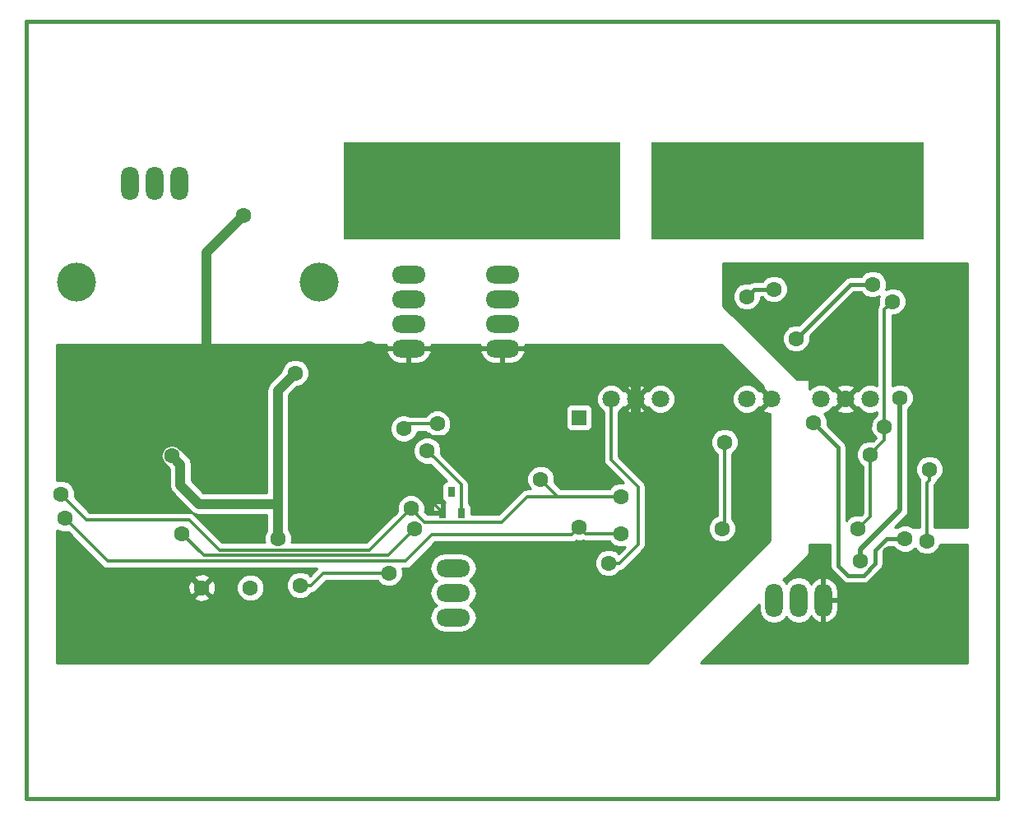
<source format=gbl>
G04 #@! TF.FileFunction,Copper,L2,Bot,Signal*
%FSLAX46Y46*%
G04 Gerber Fmt 4.6, Leading zero omitted, Abs format (unit mm)*
G04 Created by KiCad (PCBNEW (2014-11-19 BZR 5293)-product) date Mo 24 Nov 2014 23:54:54 CET*
%MOMM*%
G01*
G04 APERTURE LIST*
%ADD10C,0.100000*%
%ADD11C,0.381000*%
%ADD12O,1.800860X3.500120*%
%ADD13O,3.500120X1.800860*%
%ADD14C,1.600200*%
%ADD15R,1.500000X1.500000*%
%ADD16C,1.800000*%
%ADD17R,7.000000X10.000000*%
%ADD18R,0.800100X1.000760*%
%ADD19C,4.000000*%
%ADD20R,11.000000X10.000000*%
%ADD21C,1.600000*%
%ADD22C,1.000000*%
%ADD23C,0.304800*%
%ADD24C,0.500000*%
%ADD25C,0.254000*%
G04 APERTURE END LIST*
D10*
D11*
X62484000Y-109855000D02*
X62484000Y-29855160D01*
X62484000Y-29855160D02*
X162483800Y-29855160D01*
X162483800Y-29855160D02*
X162483800Y-109855000D01*
X162483800Y-109855000D02*
X62484000Y-109855000D01*
D12*
X73152000Y-46482000D03*
X75692000Y-46482000D03*
X78232000Y-46482000D03*
X144526000Y-89408000D03*
X141986000Y-89408000D03*
X139446000Y-89408000D03*
D13*
X106426000Y-91186000D03*
X106426000Y-88646000D03*
X106426000Y-86106000D03*
X111506000Y-63500000D03*
X111506000Y-60960000D03*
X111506000Y-58420000D03*
X111506000Y-55880000D03*
X101854000Y-63500000D03*
X101854000Y-60960000D03*
X101854000Y-58420000D03*
X101854000Y-55880000D03*
D14*
X85558000Y-88138000D03*
X80558000Y-88138000D03*
D15*
X119380000Y-70612000D03*
D16*
X122682000Y-68707000D03*
X125222000Y-68707000D03*
X127762000Y-68707000D03*
D17*
X120142000Y-47244000D03*
X130302000Y-47244000D03*
D16*
X136652000Y-68707000D03*
X139192000Y-68707000D03*
X144272000Y-68707000D03*
X146812000Y-68707000D03*
X149352000Y-68707000D03*
D18*
X106299000Y-78275180D03*
X105346500Y-80474820D03*
X107251500Y-80474820D03*
D19*
X67637660Y-56642000D03*
X92636340Y-56642000D03*
D20*
X138557000Y-47244000D03*
X149352000Y-47244000D03*
X100711000Y-47244000D03*
X111506000Y-47244000D03*
D21*
X77470000Y-74549000D03*
X134366000Y-73152000D03*
X134112000Y-82042000D03*
X122428000Y-85598000D03*
X99822000Y-86614000D03*
X90678000Y-87884000D03*
X88392000Y-83058000D03*
X90170000Y-66040000D03*
X97790000Y-63500000D03*
X81026000Y-71374000D03*
X111252000Y-67564000D03*
X84836000Y-49784000D03*
X121666000Y-77216000D03*
X91948000Y-92964000D03*
X82550000Y-77470000D03*
X101324142Y-74231827D03*
X103759000Y-74041000D03*
X151638000Y-58674000D03*
X149352000Y-74422000D03*
X148082000Y-82042000D03*
X150838001Y-71568961D03*
X158496000Y-88646000D03*
X149860000Y-90932000D03*
X151384000Y-84582000D03*
X148336000Y-85344000D03*
X152400000Y-68580000D03*
X136652000Y-58166000D03*
X139446000Y-57404000D03*
X149606000Y-56896000D03*
X141732000Y-62484000D03*
X152954792Y-83104792D03*
X143510000Y-71120000D03*
X104785317Y-71264334D03*
X101346000Y-71755000D03*
X66040000Y-78486000D03*
X123698000Y-78740000D03*
X102086388Y-79979258D03*
X115443000Y-76962000D03*
X119429941Y-81881927D03*
X123698000Y-82550000D03*
X66484420Y-81023832D03*
X78486000Y-82550000D03*
X102488798Y-82087802D03*
X155194000Y-83312000D03*
X155448000Y-75946000D03*
D22*
X77470000Y-74549000D02*
X78359000Y-75438000D01*
X78359000Y-75438000D02*
X78359000Y-77597000D01*
X78359000Y-77597000D02*
X80264000Y-79502000D01*
X88392000Y-79502000D02*
X80264000Y-79502000D01*
D23*
X134366000Y-81788000D02*
X134366000Y-73152000D01*
X134112000Y-82042000D02*
X134366000Y-81788000D01*
X125476000Y-77724000D02*
X122682000Y-74930000D01*
X122682000Y-74930000D02*
X122682000Y-68707000D01*
X125476000Y-83681370D02*
X125476000Y-77724000D01*
X122428000Y-85598000D02*
X123559370Y-85598000D01*
X123559370Y-85598000D02*
X125476000Y-83681370D01*
X90678000Y-87884000D02*
X91809370Y-87884000D01*
X91809370Y-87884000D02*
X93079370Y-86614000D01*
X93079370Y-86614000D02*
X99822000Y-86614000D01*
D22*
X88392000Y-67818000D02*
X88392000Y-79502000D01*
X88392000Y-79502000D02*
X88392000Y-83058000D01*
X90170000Y-66040000D02*
X88392000Y-67818000D01*
X111252000Y-67564000D02*
X116840000Y-67564000D01*
X118364000Y-66040000D02*
X123952000Y-66040000D01*
X116840000Y-67564000D02*
X118364000Y-66040000D01*
X97790000Y-63500000D02*
X97790000Y-65278000D01*
X109982000Y-67564000D02*
X111252000Y-67564000D01*
X108458000Y-66040000D02*
X109982000Y-67564000D01*
X98552000Y-66040000D02*
X108458000Y-66040000D01*
X97790000Y-65278000D02*
X98552000Y-66040000D01*
X84836000Y-49784000D02*
X81026000Y-53594000D01*
X81026000Y-53594000D02*
X81026000Y-63500000D01*
X97790000Y-63500000D02*
X81026000Y-63500000D01*
X81026000Y-71374000D02*
X81026000Y-63500000D01*
X123952000Y-66040000D02*
X125222000Y-67310000D01*
D11*
X93980000Y-93472000D02*
X92456000Y-93472000D01*
D22*
X125222000Y-74676000D02*
X127000000Y-76454000D01*
X127000000Y-76454000D02*
X127000000Y-85852000D01*
X127000000Y-85852000D02*
X119380000Y-93472000D01*
X119380000Y-93472000D02*
X93980000Y-93472000D01*
X125222000Y-68707000D02*
X125222000Y-74676000D01*
D11*
X92456000Y-93472000D02*
X91948000Y-92964000D01*
D22*
X81026000Y-71374000D02*
X81026000Y-75946000D01*
X82550000Y-77470000D02*
X81026000Y-75946000D01*
X125222000Y-67310000D02*
X125222000Y-68707000D01*
D23*
X101324142Y-76352132D02*
X101324142Y-75363197D01*
X101324142Y-75363197D02*
X101324142Y-74231827D01*
X105346500Y-80374490D02*
X101324142Y-76352132D01*
X105346500Y-80474820D02*
X105346500Y-80374490D01*
X103957073Y-72326599D02*
X103067875Y-72326599D01*
X121666000Y-77216000D02*
X117030599Y-72580599D01*
X102124141Y-73431828D02*
X101324142Y-74231827D01*
X102124141Y-73270333D02*
X102124141Y-73431828D01*
X117030599Y-72580599D02*
X104211073Y-72580599D01*
X104211073Y-72580599D02*
X103957073Y-72326599D01*
X103067875Y-72326599D02*
X102124141Y-73270333D01*
X107251500Y-80474820D02*
X107251500Y-77533500D01*
X107251500Y-77533500D02*
X104558999Y-74840999D01*
X104558999Y-74840999D02*
X103759000Y-74041000D01*
X151638000Y-58674000D02*
X150838001Y-59473999D01*
X150838001Y-72935999D02*
X150151999Y-73622001D01*
X150151999Y-73622001D02*
X149352000Y-74422000D01*
X148082000Y-82042000D02*
X149352000Y-80772000D01*
X149352000Y-80772000D02*
X149352000Y-74422000D01*
X150838001Y-59473999D02*
X150838001Y-71568961D01*
X150838001Y-71568961D02*
X150838001Y-72935999D01*
D24*
X158496000Y-88646000D02*
X156210000Y-90932000D01*
X156210000Y-90932000D02*
X149860000Y-90932000D01*
X149860000Y-90932000D02*
X151384000Y-89408000D01*
X151384000Y-89408000D02*
X151384000Y-84582000D01*
X148336000Y-84212630D02*
X148336000Y-85344000D01*
X152400000Y-68580000D02*
X152400000Y-80148630D01*
X152400000Y-80148630D02*
X148336000Y-84212630D01*
D11*
X139446000Y-57404000D02*
X137414000Y-57404000D01*
X137414000Y-57404000D02*
X136652000Y-58166000D01*
X147320000Y-56896000D02*
X149606000Y-56896000D01*
X141732000Y-62484000D02*
X147320000Y-56896000D01*
X149860000Y-85661862D02*
X149860000Y-84264138D01*
X149860000Y-84264138D02*
X151019346Y-83104792D01*
X151019346Y-83104792D02*
X152954792Y-83104792D01*
X147066000Y-86868000D02*
X148653862Y-86868000D01*
X148653862Y-86868000D02*
X149860000Y-85661862D01*
X146050000Y-85852000D02*
X147066000Y-86868000D01*
X146050000Y-73660000D02*
X146050000Y-85852000D01*
X143510000Y-71120000D02*
X146050000Y-73660000D01*
D23*
X104785317Y-71264334D02*
X101836666Y-71264334D01*
X101836666Y-71264334D02*
X101346000Y-71755000D01*
X68701447Y-81147447D02*
X79242447Y-81147447D01*
X66040000Y-78486000D02*
X68701447Y-81147447D01*
X79242447Y-81147447D02*
X82359401Y-84264401D01*
X82359401Y-84264401D02*
X87812927Y-84264401D01*
X101286389Y-80779257D02*
X102086388Y-79979258D01*
X87812927Y-84264401D02*
X97801245Y-84264401D01*
X97801245Y-84264401D02*
X101286389Y-80779257D01*
X117221000Y-78740000D02*
X115443000Y-76962000D01*
X123698000Y-78740000D02*
X117221000Y-78740000D01*
X117221000Y-78740000D02*
X114046000Y-78740000D01*
X103488731Y-81381601D02*
X102886387Y-80779257D01*
X111404399Y-81381601D02*
X103488731Y-81381601D01*
X102886387Y-80779257D02*
X102086388Y-79979258D01*
X114046000Y-78740000D02*
X111404399Y-81381601D01*
X120098014Y-82550000D02*
X119429941Y-81881927D01*
X123698000Y-82550000D02*
X120098014Y-82550000D01*
X70842607Y-85382019D02*
X101561981Y-85382019D01*
X66484420Y-81023832D02*
X70842607Y-85382019D01*
X118629942Y-82681926D02*
X119429941Y-81881927D01*
X101561981Y-85382019D02*
X104262074Y-82681926D01*
X104262074Y-82681926D02*
X118629942Y-82681926D01*
X80759211Y-84823211D02*
X99753389Y-84823211D01*
X78486000Y-82550000D02*
X80759211Y-84823211D01*
X101688799Y-82887801D02*
X102488798Y-82087802D01*
X99753389Y-84823211D02*
X101688799Y-82887801D01*
X155448000Y-75946000D02*
X155448000Y-77077370D01*
X155448000Y-77077370D02*
X155194000Y-77331370D01*
X155194000Y-77331370D02*
X155194000Y-83312000D01*
D25*
G36*
X139065000Y-83259395D02*
X135801248Y-86523147D01*
X135801248Y-72867813D01*
X135583243Y-72340200D01*
X135179923Y-71936176D01*
X134652691Y-71717250D01*
X134081813Y-71716752D01*
X133554200Y-71934757D01*
X133150176Y-72338077D01*
X132931250Y-72865309D01*
X132930752Y-73436187D01*
X133148757Y-73963800D01*
X133552077Y-74367824D01*
X133578600Y-74378837D01*
X133578600Y-80709724D01*
X133300200Y-80824757D01*
X132896176Y-81228077D01*
X132677250Y-81755309D01*
X132676752Y-82326187D01*
X132894757Y-82853800D01*
X133298077Y-83257824D01*
X133825309Y-83476750D01*
X134396187Y-83477248D01*
X134923800Y-83259243D01*
X135327824Y-82855923D01*
X135546750Y-82328691D01*
X135547248Y-81757813D01*
X135329243Y-81230200D01*
X135153400Y-81054050D01*
X135153400Y-74379324D01*
X135177800Y-74369243D01*
X135581824Y-73965923D01*
X135800750Y-73438691D01*
X135801248Y-72867813D01*
X135801248Y-86523147D01*
X129297265Y-93027130D01*
X129297265Y-68403009D01*
X129064068Y-67838629D01*
X128632643Y-67406449D01*
X128068670Y-67172267D01*
X127458009Y-67171735D01*
X126893629Y-67404932D01*
X126461449Y-67836357D01*
X126452796Y-67857193D01*
X126302159Y-67806446D01*
X126122554Y-67986051D01*
X126122554Y-67626841D01*
X126036148Y-67370357D01*
X125462664Y-67160542D01*
X124852540Y-67186161D01*
X124407852Y-67370357D01*
X124321446Y-67626841D01*
X125222000Y-68527395D01*
X126122554Y-67626841D01*
X126122554Y-67986051D01*
X125401605Y-68707000D01*
X126302159Y-69607554D01*
X126452326Y-69556964D01*
X126459932Y-69575371D01*
X126891357Y-70007551D01*
X127455330Y-70241733D01*
X128065991Y-70242265D01*
X128630371Y-70009068D01*
X129062551Y-69577643D01*
X129296733Y-69013670D01*
X129297265Y-68403009D01*
X129297265Y-93027130D01*
X126439395Y-95885000D01*
X108857786Y-95885000D01*
X108857786Y-91186000D01*
X108740908Y-90598416D01*
X108408069Y-90100287D01*
X108132263Y-89916000D01*
X108408069Y-89731713D01*
X108740908Y-89233584D01*
X108857786Y-88646000D01*
X108740908Y-88058416D01*
X108408069Y-87560287D01*
X108132263Y-87376000D01*
X108408069Y-87191713D01*
X108740908Y-86693584D01*
X108857786Y-86106000D01*
X108740908Y-85518416D01*
X108408069Y-85020287D01*
X107909940Y-84687448D01*
X107322356Y-84570570D01*
X105529644Y-84570570D01*
X104942060Y-84687448D01*
X104443931Y-85020287D01*
X104111092Y-85518416D01*
X103994214Y-86106000D01*
X104111092Y-86693584D01*
X104443931Y-87191713D01*
X104719736Y-87376000D01*
X104443931Y-87560287D01*
X104111092Y-88058416D01*
X103994214Y-88646000D01*
X104111092Y-89233584D01*
X104443931Y-89731713D01*
X104719736Y-89916000D01*
X104443931Y-90100287D01*
X104111092Y-90598416D01*
X103994214Y-91186000D01*
X104111092Y-91773584D01*
X104443931Y-92271713D01*
X104942060Y-92604552D01*
X105529644Y-92721430D01*
X107322356Y-92721430D01*
X107909940Y-92604552D01*
X108408069Y-92271713D01*
X108740908Y-91773584D01*
X108857786Y-91186000D01*
X108857786Y-95885000D01*
X86993348Y-95885000D01*
X86993348Y-87853793D01*
X86775328Y-87326143D01*
X86371980Y-86922091D01*
X85844711Y-86703150D01*
X85273793Y-86702652D01*
X84746143Y-86920672D01*
X84342091Y-87324020D01*
X84123150Y-87851289D01*
X84122652Y-88422207D01*
X84340672Y-88949857D01*
X84744020Y-89353909D01*
X85271289Y-89572850D01*
X85842207Y-89573348D01*
X86369857Y-89355328D01*
X86773909Y-88951980D01*
X86992850Y-88424711D01*
X86993348Y-87853793D01*
X86993348Y-95885000D01*
X82005064Y-95885000D01*
X82005064Y-88354800D01*
X81977879Y-87784530D01*
X81811947Y-87383935D01*
X81565817Y-87309788D01*
X81386212Y-87489393D01*
X81386212Y-87130183D01*
X81312065Y-86884053D01*
X80774800Y-86690936D01*
X80204530Y-86718121D01*
X79803935Y-86884053D01*
X79729788Y-87130183D01*
X80558000Y-87958395D01*
X81386212Y-87130183D01*
X81386212Y-87489393D01*
X80737605Y-88138000D01*
X81565817Y-88966212D01*
X81811947Y-88892065D01*
X82005064Y-88354800D01*
X82005064Y-95885000D01*
X81386212Y-95885000D01*
X81386212Y-89145817D01*
X80558000Y-88317605D01*
X80378395Y-88497210D01*
X80378395Y-88138000D01*
X79550183Y-87309788D01*
X79304053Y-87383935D01*
X79110936Y-87921200D01*
X79138121Y-88491470D01*
X79304053Y-88892065D01*
X79550183Y-88966212D01*
X80378395Y-88138000D01*
X80378395Y-88497210D01*
X79729788Y-89145817D01*
X79803935Y-89391947D01*
X80341200Y-89585064D01*
X80911470Y-89557879D01*
X81312065Y-89391947D01*
X81386212Y-89145817D01*
X81386212Y-95885000D01*
X65659000Y-95885000D01*
X65659000Y-82228138D01*
X65670497Y-82239656D01*
X66197729Y-82458582D01*
X66768607Y-82459080D01*
X66795149Y-82448113D01*
X70285831Y-85938795D01*
X70541282Y-86109482D01*
X70842607Y-86169419D01*
X92410399Y-86169419D01*
X91701599Y-86878218D01*
X91491923Y-86668176D01*
X90964691Y-86449250D01*
X90393813Y-86448752D01*
X89866200Y-86666757D01*
X89462176Y-87070077D01*
X89243250Y-87597309D01*
X89242752Y-88168187D01*
X89460757Y-88695800D01*
X89864077Y-89099824D01*
X90391309Y-89318750D01*
X90962187Y-89319248D01*
X91489800Y-89101243D01*
X91893824Y-88697923D01*
X91913432Y-88650700D01*
X92110695Y-88611463D01*
X92366146Y-88440776D01*
X93405522Y-87401400D01*
X98594675Y-87401400D01*
X98604757Y-87425800D01*
X99008077Y-87829824D01*
X99535309Y-88048750D01*
X100106187Y-88049248D01*
X100633800Y-87831243D01*
X101037824Y-87427923D01*
X101256750Y-86900691D01*
X101257248Y-86329813D01*
X101190974Y-86169419D01*
X101561981Y-86169419D01*
X101863306Y-86109482D01*
X102118757Y-85938795D01*
X104588226Y-83469326D01*
X118629942Y-83469326D01*
X118931267Y-83409389D01*
X119098086Y-83297923D01*
X119143250Y-83316677D01*
X119714128Y-83317175D01*
X119805835Y-83279282D01*
X120098014Y-83337400D01*
X122470675Y-83337400D01*
X122480757Y-83361800D01*
X122884077Y-83765824D01*
X123411309Y-83984750D01*
X123982187Y-83985248D01*
X124112353Y-83931464D01*
X123451599Y-84592218D01*
X123241923Y-84382176D01*
X122714691Y-84163250D01*
X122143813Y-84162752D01*
X121616200Y-84380757D01*
X121212176Y-84784077D01*
X120993250Y-85311309D01*
X120992752Y-85882187D01*
X121210757Y-86409800D01*
X121614077Y-86813824D01*
X122141309Y-87032750D01*
X122712187Y-87033248D01*
X123239800Y-86815243D01*
X123643824Y-86411923D01*
X123663432Y-86364700D01*
X123860695Y-86325463D01*
X124116146Y-86154776D01*
X126032776Y-84238146D01*
X126203463Y-83982695D01*
X126263400Y-83681370D01*
X126263400Y-77724000D01*
X126203463Y-77422675D01*
X126122554Y-77301586D01*
X126122554Y-69787159D01*
X125222000Y-68886605D01*
X124321446Y-69787159D01*
X124407852Y-70043643D01*
X124981336Y-70253458D01*
X125591460Y-70227839D01*
X126036148Y-70043643D01*
X126122554Y-69787159D01*
X126122554Y-77301586D01*
X126032776Y-77167224D01*
X123469400Y-74603848D01*
X123469400Y-70042524D01*
X123550371Y-70009068D01*
X123982551Y-69577643D01*
X123991203Y-69556806D01*
X124141841Y-69607554D01*
X125042395Y-68707000D01*
X124141841Y-67806446D01*
X123991673Y-67857035D01*
X123984068Y-67838629D01*
X123552643Y-67406449D01*
X122988670Y-67172267D01*
X122378009Y-67171735D01*
X121813629Y-67404932D01*
X121381449Y-67836357D01*
X121147267Y-68400330D01*
X121146735Y-69010991D01*
X121379932Y-69575371D01*
X121811357Y-70007551D01*
X121894600Y-70042116D01*
X121894600Y-74930000D01*
X121954537Y-75231325D01*
X122125224Y-75486776D01*
X123943662Y-77305214D01*
X123413813Y-77304752D01*
X122886200Y-77522757D01*
X122482176Y-77926077D01*
X122471162Y-77952600D01*
X120765000Y-77952600D01*
X120765000Y-71488310D01*
X120765000Y-71235691D01*
X120765000Y-69735691D01*
X120668327Y-69502302D01*
X120489699Y-69323673D01*
X120256310Y-69227000D01*
X120003691Y-69227000D01*
X118503691Y-69227000D01*
X118270302Y-69323673D01*
X118091673Y-69502301D01*
X117995000Y-69735690D01*
X117995000Y-69988309D01*
X117995000Y-71488309D01*
X118091673Y-71721698D01*
X118270301Y-71900327D01*
X118503690Y-71997000D01*
X118756309Y-71997000D01*
X120256309Y-71997000D01*
X120489698Y-71900327D01*
X120668327Y-71721699D01*
X120765000Y-71488310D01*
X120765000Y-77952600D01*
X117547152Y-77952600D01*
X116867625Y-77273073D01*
X116877750Y-77248691D01*
X116878248Y-76677813D01*
X116660243Y-76150200D01*
X116256923Y-75746176D01*
X115729691Y-75527250D01*
X115158813Y-75526752D01*
X114631200Y-75744757D01*
X114227176Y-76148077D01*
X114008250Y-76675309D01*
X114007752Y-77246187D01*
X114225757Y-77773800D01*
X114404245Y-77952600D01*
X114046000Y-77952600D01*
X113847093Y-77992164D01*
X113847093Y-63864808D01*
X113726440Y-63627000D01*
X111633000Y-63627000D01*
X111633000Y-65035430D01*
X112482630Y-65035430D01*
X113060546Y-64869952D01*
X113531145Y-64495911D01*
X113822783Y-63970252D01*
X113847093Y-63864808D01*
X113847093Y-77992164D01*
X113744675Y-78012537D01*
X113489224Y-78183224D01*
X111379000Y-80293448D01*
X111379000Y-65035430D01*
X111379000Y-63627000D01*
X109285560Y-63627000D01*
X109164907Y-63864808D01*
X109189217Y-63970252D01*
X109480855Y-64495911D01*
X109951454Y-64869952D01*
X110529370Y-65035430D01*
X111379000Y-65035430D01*
X111379000Y-80293448D01*
X111078247Y-80594201D01*
X108286550Y-80594201D01*
X108286550Y-79848131D01*
X108189877Y-79614742D01*
X108038900Y-79463764D01*
X108038900Y-77533500D01*
X107978963Y-77232175D01*
X107808276Y-76976724D01*
X106220565Y-75389013D01*
X106220565Y-70980147D01*
X106002560Y-70452534D01*
X105599240Y-70048510D01*
X105072008Y-69829584D01*
X104501130Y-69829086D01*
X104195093Y-69955537D01*
X104195093Y-63864808D01*
X104074440Y-63627000D01*
X101981000Y-63627000D01*
X101981000Y-65035430D01*
X102830630Y-65035430D01*
X103408546Y-64869952D01*
X103879145Y-64495911D01*
X104170783Y-63970252D01*
X104195093Y-63864808D01*
X104195093Y-69955537D01*
X103973517Y-70047091D01*
X103569493Y-70450411D01*
X103558479Y-70476934D01*
X102010027Y-70476934D01*
X101727000Y-70359410D01*
X101727000Y-65035430D01*
X101727000Y-63627000D01*
X99633560Y-63627000D01*
X99512907Y-63864808D01*
X99537217Y-63970252D01*
X99828855Y-64495911D01*
X100299454Y-64869952D01*
X100877370Y-65035430D01*
X101727000Y-65035430D01*
X101727000Y-70359410D01*
X101632691Y-70320250D01*
X101061813Y-70319752D01*
X100534200Y-70537757D01*
X100130176Y-70941077D01*
X99911250Y-71468309D01*
X99910752Y-72039187D01*
X100128757Y-72566800D01*
X100532077Y-72970824D01*
X101059309Y-73189750D01*
X101630187Y-73190248D01*
X102157800Y-72972243D01*
X102561824Y-72568923D01*
X102776579Y-72051734D01*
X103557992Y-72051734D01*
X103568074Y-72076134D01*
X103971394Y-72480158D01*
X104498626Y-72699084D01*
X105069504Y-72699582D01*
X105597117Y-72481577D01*
X106001141Y-72078257D01*
X106220067Y-71551025D01*
X106220565Y-70980147D01*
X106220565Y-75389013D01*
X105183625Y-74352073D01*
X105193750Y-74327691D01*
X105194248Y-73756813D01*
X104976243Y-73229200D01*
X104572923Y-72825176D01*
X104045691Y-72606250D01*
X103474813Y-72605752D01*
X102947200Y-72823757D01*
X102543176Y-73227077D01*
X102324250Y-73754309D01*
X102323752Y-74325187D01*
X102541757Y-74852800D01*
X102945077Y-75256824D01*
X103472309Y-75475750D01*
X104043187Y-75476248D01*
X104069729Y-75465281D01*
X105752564Y-77148116D01*
X105539252Y-77236473D01*
X105360623Y-77415101D01*
X105263950Y-77648490D01*
X105263950Y-77901109D01*
X105263950Y-78901869D01*
X105360623Y-79135258D01*
X105539251Y-79313887D01*
X105623079Y-79348610D01*
X105473500Y-79498190D01*
X105473500Y-80347820D01*
X105493500Y-80347820D01*
X105493500Y-80594201D01*
X105219500Y-80594201D01*
X105219500Y-80347820D01*
X105219500Y-79498190D01*
X105060750Y-79339440D01*
X104820141Y-79339440D01*
X104586752Y-79436113D01*
X104408123Y-79614741D01*
X104311450Y-79848130D01*
X104311450Y-80100749D01*
X104311450Y-80189070D01*
X104470200Y-80347820D01*
X105219500Y-80347820D01*
X105219500Y-80594201D01*
X103814883Y-80594201D01*
X103511013Y-80290331D01*
X103521138Y-80265949D01*
X103521636Y-79695071D01*
X103303631Y-79167458D01*
X102900311Y-78763434D01*
X102373079Y-78544508D01*
X101802201Y-78544010D01*
X101274588Y-78762015D01*
X100870564Y-79165335D01*
X100651638Y-79692567D01*
X100651140Y-80263445D01*
X100662106Y-80289987D01*
X97475093Y-83477001D01*
X89771810Y-83477001D01*
X89826750Y-83344691D01*
X89827248Y-82773813D01*
X89609243Y-82246200D01*
X89527000Y-82163813D01*
X89527000Y-79502000D01*
X89527000Y-68288132D01*
X90339983Y-67475148D01*
X90454187Y-67475248D01*
X90981800Y-67257243D01*
X91385824Y-66853923D01*
X91604750Y-66326691D01*
X91605248Y-65755813D01*
X91387243Y-65228200D01*
X90983923Y-64824176D01*
X90456691Y-64605250D01*
X89885813Y-64604752D01*
X89358200Y-64822757D01*
X88954176Y-65226077D01*
X88735250Y-65753309D01*
X88735148Y-65869719D01*
X87589434Y-67015434D01*
X87343397Y-67383654D01*
X87257000Y-67818000D01*
X87257000Y-78367000D01*
X80734132Y-78367000D01*
X79494000Y-77126868D01*
X79494000Y-75438000D01*
X79407603Y-75003655D01*
X79407603Y-75003654D01*
X79161566Y-74635434D01*
X78272566Y-73746434D01*
X77904345Y-73500397D01*
X77470000Y-73414000D01*
X77035655Y-73500397D01*
X76667434Y-73746434D01*
X76421397Y-74114655D01*
X76335000Y-74549000D01*
X76421397Y-74983345D01*
X76667434Y-75351566D01*
X77224000Y-75908132D01*
X77224000Y-77597000D01*
X77310397Y-78031346D01*
X77556434Y-78399566D01*
X79461434Y-80304566D01*
X79829654Y-80550603D01*
X79829655Y-80550603D01*
X80264000Y-80637000D01*
X87257000Y-80637000D01*
X87257000Y-82163393D01*
X87176176Y-82244077D01*
X86957250Y-82771309D01*
X86956752Y-83342187D01*
X87012455Y-83477001D01*
X82685553Y-83477001D01*
X79799223Y-80590671D01*
X79543772Y-80419984D01*
X79242447Y-80360047D01*
X69027599Y-80360047D01*
X67464625Y-78797073D01*
X67474750Y-78772691D01*
X67475248Y-78201813D01*
X67257243Y-77674200D01*
X66853923Y-77270176D01*
X66326691Y-77051250D01*
X65755813Y-77050752D01*
X65659000Y-77090754D01*
X65659000Y-63119000D01*
X99516640Y-63119000D01*
X99512907Y-63135192D01*
X99633560Y-63373000D01*
X101727000Y-63373000D01*
X101727000Y-63353000D01*
X101981000Y-63353000D01*
X101981000Y-63373000D01*
X104074440Y-63373000D01*
X104195093Y-63135192D01*
X104191359Y-63119000D01*
X109168640Y-63119000D01*
X109164907Y-63135192D01*
X109285560Y-63373000D01*
X111379000Y-63373000D01*
X111379000Y-63353000D01*
X111633000Y-63353000D01*
X111633000Y-63373000D01*
X113726440Y-63373000D01*
X113847093Y-63135192D01*
X113843359Y-63119000D01*
X134059395Y-63119000D01*
X138360943Y-67420548D01*
X138291446Y-67626841D01*
X139065000Y-68400395D01*
X139065000Y-69013605D01*
X139012395Y-69066210D01*
X139012395Y-68707000D01*
X138111841Y-67806446D01*
X137961673Y-67857035D01*
X137954068Y-67838629D01*
X137522643Y-67406449D01*
X136958670Y-67172267D01*
X136348009Y-67171735D01*
X135783629Y-67404932D01*
X135351449Y-67836357D01*
X135117267Y-68400330D01*
X135116735Y-69010991D01*
X135349932Y-69575371D01*
X135781357Y-70007551D01*
X136345330Y-70241733D01*
X136955991Y-70242265D01*
X137520371Y-70009068D01*
X137952551Y-69577643D01*
X137961203Y-69556806D01*
X138111841Y-69607554D01*
X139012395Y-68707000D01*
X139012395Y-69066210D01*
X138291446Y-69787159D01*
X138377852Y-70043643D01*
X138951336Y-70253458D01*
X139065000Y-70248685D01*
X139065000Y-83259395D01*
X139065000Y-83259395D01*
G37*
X139065000Y-83259395D02*
X135801248Y-86523147D01*
X135801248Y-72867813D01*
X135583243Y-72340200D01*
X135179923Y-71936176D01*
X134652691Y-71717250D01*
X134081813Y-71716752D01*
X133554200Y-71934757D01*
X133150176Y-72338077D01*
X132931250Y-72865309D01*
X132930752Y-73436187D01*
X133148757Y-73963800D01*
X133552077Y-74367824D01*
X133578600Y-74378837D01*
X133578600Y-80709724D01*
X133300200Y-80824757D01*
X132896176Y-81228077D01*
X132677250Y-81755309D01*
X132676752Y-82326187D01*
X132894757Y-82853800D01*
X133298077Y-83257824D01*
X133825309Y-83476750D01*
X134396187Y-83477248D01*
X134923800Y-83259243D01*
X135327824Y-82855923D01*
X135546750Y-82328691D01*
X135547248Y-81757813D01*
X135329243Y-81230200D01*
X135153400Y-81054050D01*
X135153400Y-74379324D01*
X135177800Y-74369243D01*
X135581824Y-73965923D01*
X135800750Y-73438691D01*
X135801248Y-72867813D01*
X135801248Y-86523147D01*
X129297265Y-93027130D01*
X129297265Y-68403009D01*
X129064068Y-67838629D01*
X128632643Y-67406449D01*
X128068670Y-67172267D01*
X127458009Y-67171735D01*
X126893629Y-67404932D01*
X126461449Y-67836357D01*
X126452796Y-67857193D01*
X126302159Y-67806446D01*
X126122554Y-67986051D01*
X126122554Y-67626841D01*
X126036148Y-67370357D01*
X125462664Y-67160542D01*
X124852540Y-67186161D01*
X124407852Y-67370357D01*
X124321446Y-67626841D01*
X125222000Y-68527395D01*
X126122554Y-67626841D01*
X126122554Y-67986051D01*
X125401605Y-68707000D01*
X126302159Y-69607554D01*
X126452326Y-69556964D01*
X126459932Y-69575371D01*
X126891357Y-70007551D01*
X127455330Y-70241733D01*
X128065991Y-70242265D01*
X128630371Y-70009068D01*
X129062551Y-69577643D01*
X129296733Y-69013670D01*
X129297265Y-68403009D01*
X129297265Y-93027130D01*
X126439395Y-95885000D01*
X108857786Y-95885000D01*
X108857786Y-91186000D01*
X108740908Y-90598416D01*
X108408069Y-90100287D01*
X108132263Y-89916000D01*
X108408069Y-89731713D01*
X108740908Y-89233584D01*
X108857786Y-88646000D01*
X108740908Y-88058416D01*
X108408069Y-87560287D01*
X108132263Y-87376000D01*
X108408069Y-87191713D01*
X108740908Y-86693584D01*
X108857786Y-86106000D01*
X108740908Y-85518416D01*
X108408069Y-85020287D01*
X107909940Y-84687448D01*
X107322356Y-84570570D01*
X105529644Y-84570570D01*
X104942060Y-84687448D01*
X104443931Y-85020287D01*
X104111092Y-85518416D01*
X103994214Y-86106000D01*
X104111092Y-86693584D01*
X104443931Y-87191713D01*
X104719736Y-87376000D01*
X104443931Y-87560287D01*
X104111092Y-88058416D01*
X103994214Y-88646000D01*
X104111092Y-89233584D01*
X104443931Y-89731713D01*
X104719736Y-89916000D01*
X104443931Y-90100287D01*
X104111092Y-90598416D01*
X103994214Y-91186000D01*
X104111092Y-91773584D01*
X104443931Y-92271713D01*
X104942060Y-92604552D01*
X105529644Y-92721430D01*
X107322356Y-92721430D01*
X107909940Y-92604552D01*
X108408069Y-92271713D01*
X108740908Y-91773584D01*
X108857786Y-91186000D01*
X108857786Y-95885000D01*
X86993348Y-95885000D01*
X86993348Y-87853793D01*
X86775328Y-87326143D01*
X86371980Y-86922091D01*
X85844711Y-86703150D01*
X85273793Y-86702652D01*
X84746143Y-86920672D01*
X84342091Y-87324020D01*
X84123150Y-87851289D01*
X84122652Y-88422207D01*
X84340672Y-88949857D01*
X84744020Y-89353909D01*
X85271289Y-89572850D01*
X85842207Y-89573348D01*
X86369857Y-89355328D01*
X86773909Y-88951980D01*
X86992850Y-88424711D01*
X86993348Y-87853793D01*
X86993348Y-95885000D01*
X82005064Y-95885000D01*
X82005064Y-88354800D01*
X81977879Y-87784530D01*
X81811947Y-87383935D01*
X81565817Y-87309788D01*
X81386212Y-87489393D01*
X81386212Y-87130183D01*
X81312065Y-86884053D01*
X80774800Y-86690936D01*
X80204530Y-86718121D01*
X79803935Y-86884053D01*
X79729788Y-87130183D01*
X80558000Y-87958395D01*
X81386212Y-87130183D01*
X81386212Y-87489393D01*
X80737605Y-88138000D01*
X81565817Y-88966212D01*
X81811947Y-88892065D01*
X82005064Y-88354800D01*
X82005064Y-95885000D01*
X81386212Y-95885000D01*
X81386212Y-89145817D01*
X80558000Y-88317605D01*
X80378395Y-88497210D01*
X80378395Y-88138000D01*
X79550183Y-87309788D01*
X79304053Y-87383935D01*
X79110936Y-87921200D01*
X79138121Y-88491470D01*
X79304053Y-88892065D01*
X79550183Y-88966212D01*
X80378395Y-88138000D01*
X80378395Y-88497210D01*
X79729788Y-89145817D01*
X79803935Y-89391947D01*
X80341200Y-89585064D01*
X80911470Y-89557879D01*
X81312065Y-89391947D01*
X81386212Y-89145817D01*
X81386212Y-95885000D01*
X65659000Y-95885000D01*
X65659000Y-82228138D01*
X65670497Y-82239656D01*
X66197729Y-82458582D01*
X66768607Y-82459080D01*
X66795149Y-82448113D01*
X70285831Y-85938795D01*
X70541282Y-86109482D01*
X70842607Y-86169419D01*
X92410399Y-86169419D01*
X91701599Y-86878218D01*
X91491923Y-86668176D01*
X90964691Y-86449250D01*
X90393813Y-86448752D01*
X89866200Y-86666757D01*
X89462176Y-87070077D01*
X89243250Y-87597309D01*
X89242752Y-88168187D01*
X89460757Y-88695800D01*
X89864077Y-89099824D01*
X90391309Y-89318750D01*
X90962187Y-89319248D01*
X91489800Y-89101243D01*
X91893824Y-88697923D01*
X91913432Y-88650700D01*
X92110695Y-88611463D01*
X92366146Y-88440776D01*
X93405522Y-87401400D01*
X98594675Y-87401400D01*
X98604757Y-87425800D01*
X99008077Y-87829824D01*
X99535309Y-88048750D01*
X100106187Y-88049248D01*
X100633800Y-87831243D01*
X101037824Y-87427923D01*
X101256750Y-86900691D01*
X101257248Y-86329813D01*
X101190974Y-86169419D01*
X101561981Y-86169419D01*
X101863306Y-86109482D01*
X102118757Y-85938795D01*
X104588226Y-83469326D01*
X118629942Y-83469326D01*
X118931267Y-83409389D01*
X119098086Y-83297923D01*
X119143250Y-83316677D01*
X119714128Y-83317175D01*
X119805835Y-83279282D01*
X120098014Y-83337400D01*
X122470675Y-83337400D01*
X122480757Y-83361800D01*
X122884077Y-83765824D01*
X123411309Y-83984750D01*
X123982187Y-83985248D01*
X124112353Y-83931464D01*
X123451599Y-84592218D01*
X123241923Y-84382176D01*
X122714691Y-84163250D01*
X122143813Y-84162752D01*
X121616200Y-84380757D01*
X121212176Y-84784077D01*
X120993250Y-85311309D01*
X120992752Y-85882187D01*
X121210757Y-86409800D01*
X121614077Y-86813824D01*
X122141309Y-87032750D01*
X122712187Y-87033248D01*
X123239800Y-86815243D01*
X123643824Y-86411923D01*
X123663432Y-86364700D01*
X123860695Y-86325463D01*
X124116146Y-86154776D01*
X126032776Y-84238146D01*
X126203463Y-83982695D01*
X126263400Y-83681370D01*
X126263400Y-77724000D01*
X126203463Y-77422675D01*
X126122554Y-77301586D01*
X126122554Y-69787159D01*
X125222000Y-68886605D01*
X124321446Y-69787159D01*
X124407852Y-70043643D01*
X124981336Y-70253458D01*
X125591460Y-70227839D01*
X126036148Y-70043643D01*
X126122554Y-69787159D01*
X126122554Y-77301586D01*
X126032776Y-77167224D01*
X123469400Y-74603848D01*
X123469400Y-70042524D01*
X123550371Y-70009068D01*
X123982551Y-69577643D01*
X123991203Y-69556806D01*
X124141841Y-69607554D01*
X125042395Y-68707000D01*
X124141841Y-67806446D01*
X123991673Y-67857035D01*
X123984068Y-67838629D01*
X123552643Y-67406449D01*
X122988670Y-67172267D01*
X122378009Y-67171735D01*
X121813629Y-67404932D01*
X121381449Y-67836357D01*
X121147267Y-68400330D01*
X121146735Y-69010991D01*
X121379932Y-69575371D01*
X121811357Y-70007551D01*
X121894600Y-70042116D01*
X121894600Y-74930000D01*
X121954537Y-75231325D01*
X122125224Y-75486776D01*
X123943662Y-77305214D01*
X123413813Y-77304752D01*
X122886200Y-77522757D01*
X122482176Y-77926077D01*
X122471162Y-77952600D01*
X120765000Y-77952600D01*
X120765000Y-71488310D01*
X120765000Y-71235691D01*
X120765000Y-69735691D01*
X120668327Y-69502302D01*
X120489699Y-69323673D01*
X120256310Y-69227000D01*
X120003691Y-69227000D01*
X118503691Y-69227000D01*
X118270302Y-69323673D01*
X118091673Y-69502301D01*
X117995000Y-69735690D01*
X117995000Y-69988309D01*
X117995000Y-71488309D01*
X118091673Y-71721698D01*
X118270301Y-71900327D01*
X118503690Y-71997000D01*
X118756309Y-71997000D01*
X120256309Y-71997000D01*
X120489698Y-71900327D01*
X120668327Y-71721699D01*
X120765000Y-71488310D01*
X120765000Y-77952600D01*
X117547152Y-77952600D01*
X116867625Y-77273073D01*
X116877750Y-77248691D01*
X116878248Y-76677813D01*
X116660243Y-76150200D01*
X116256923Y-75746176D01*
X115729691Y-75527250D01*
X115158813Y-75526752D01*
X114631200Y-75744757D01*
X114227176Y-76148077D01*
X114008250Y-76675309D01*
X114007752Y-77246187D01*
X114225757Y-77773800D01*
X114404245Y-77952600D01*
X114046000Y-77952600D01*
X113847093Y-77992164D01*
X113847093Y-63864808D01*
X113726440Y-63627000D01*
X111633000Y-63627000D01*
X111633000Y-65035430D01*
X112482630Y-65035430D01*
X113060546Y-64869952D01*
X113531145Y-64495911D01*
X113822783Y-63970252D01*
X113847093Y-63864808D01*
X113847093Y-77992164D01*
X113744675Y-78012537D01*
X113489224Y-78183224D01*
X111379000Y-80293448D01*
X111379000Y-65035430D01*
X111379000Y-63627000D01*
X109285560Y-63627000D01*
X109164907Y-63864808D01*
X109189217Y-63970252D01*
X109480855Y-64495911D01*
X109951454Y-64869952D01*
X110529370Y-65035430D01*
X111379000Y-65035430D01*
X111379000Y-80293448D01*
X111078247Y-80594201D01*
X108286550Y-80594201D01*
X108286550Y-79848131D01*
X108189877Y-79614742D01*
X108038900Y-79463764D01*
X108038900Y-77533500D01*
X107978963Y-77232175D01*
X107808276Y-76976724D01*
X106220565Y-75389013D01*
X106220565Y-70980147D01*
X106002560Y-70452534D01*
X105599240Y-70048510D01*
X105072008Y-69829584D01*
X104501130Y-69829086D01*
X104195093Y-69955537D01*
X104195093Y-63864808D01*
X104074440Y-63627000D01*
X101981000Y-63627000D01*
X101981000Y-65035430D01*
X102830630Y-65035430D01*
X103408546Y-64869952D01*
X103879145Y-64495911D01*
X104170783Y-63970252D01*
X104195093Y-63864808D01*
X104195093Y-69955537D01*
X103973517Y-70047091D01*
X103569493Y-70450411D01*
X103558479Y-70476934D01*
X102010027Y-70476934D01*
X101727000Y-70359410D01*
X101727000Y-65035430D01*
X101727000Y-63627000D01*
X99633560Y-63627000D01*
X99512907Y-63864808D01*
X99537217Y-63970252D01*
X99828855Y-64495911D01*
X100299454Y-64869952D01*
X100877370Y-65035430D01*
X101727000Y-65035430D01*
X101727000Y-70359410D01*
X101632691Y-70320250D01*
X101061813Y-70319752D01*
X100534200Y-70537757D01*
X100130176Y-70941077D01*
X99911250Y-71468309D01*
X99910752Y-72039187D01*
X100128757Y-72566800D01*
X100532077Y-72970824D01*
X101059309Y-73189750D01*
X101630187Y-73190248D01*
X102157800Y-72972243D01*
X102561824Y-72568923D01*
X102776579Y-72051734D01*
X103557992Y-72051734D01*
X103568074Y-72076134D01*
X103971394Y-72480158D01*
X104498626Y-72699084D01*
X105069504Y-72699582D01*
X105597117Y-72481577D01*
X106001141Y-72078257D01*
X106220067Y-71551025D01*
X106220565Y-70980147D01*
X106220565Y-75389013D01*
X105183625Y-74352073D01*
X105193750Y-74327691D01*
X105194248Y-73756813D01*
X104976243Y-73229200D01*
X104572923Y-72825176D01*
X104045691Y-72606250D01*
X103474813Y-72605752D01*
X102947200Y-72823757D01*
X102543176Y-73227077D01*
X102324250Y-73754309D01*
X102323752Y-74325187D01*
X102541757Y-74852800D01*
X102945077Y-75256824D01*
X103472309Y-75475750D01*
X104043187Y-75476248D01*
X104069729Y-75465281D01*
X105752564Y-77148116D01*
X105539252Y-77236473D01*
X105360623Y-77415101D01*
X105263950Y-77648490D01*
X105263950Y-77901109D01*
X105263950Y-78901869D01*
X105360623Y-79135258D01*
X105539251Y-79313887D01*
X105623079Y-79348610D01*
X105473500Y-79498190D01*
X105473500Y-80347820D01*
X105493500Y-80347820D01*
X105493500Y-80594201D01*
X105219500Y-80594201D01*
X105219500Y-80347820D01*
X105219500Y-79498190D01*
X105060750Y-79339440D01*
X104820141Y-79339440D01*
X104586752Y-79436113D01*
X104408123Y-79614741D01*
X104311450Y-79848130D01*
X104311450Y-80100749D01*
X104311450Y-80189070D01*
X104470200Y-80347820D01*
X105219500Y-80347820D01*
X105219500Y-80594201D01*
X103814883Y-80594201D01*
X103511013Y-80290331D01*
X103521138Y-80265949D01*
X103521636Y-79695071D01*
X103303631Y-79167458D01*
X102900311Y-78763434D01*
X102373079Y-78544508D01*
X101802201Y-78544010D01*
X101274588Y-78762015D01*
X100870564Y-79165335D01*
X100651638Y-79692567D01*
X100651140Y-80263445D01*
X100662106Y-80289987D01*
X97475093Y-83477001D01*
X89771810Y-83477001D01*
X89826750Y-83344691D01*
X89827248Y-82773813D01*
X89609243Y-82246200D01*
X89527000Y-82163813D01*
X89527000Y-79502000D01*
X89527000Y-68288132D01*
X90339983Y-67475148D01*
X90454187Y-67475248D01*
X90981800Y-67257243D01*
X91385824Y-66853923D01*
X91604750Y-66326691D01*
X91605248Y-65755813D01*
X91387243Y-65228200D01*
X90983923Y-64824176D01*
X90456691Y-64605250D01*
X89885813Y-64604752D01*
X89358200Y-64822757D01*
X88954176Y-65226077D01*
X88735250Y-65753309D01*
X88735148Y-65869719D01*
X87589434Y-67015434D01*
X87343397Y-67383654D01*
X87257000Y-67818000D01*
X87257000Y-78367000D01*
X80734132Y-78367000D01*
X79494000Y-77126868D01*
X79494000Y-75438000D01*
X79407603Y-75003655D01*
X79407603Y-75003654D01*
X79161566Y-74635434D01*
X78272566Y-73746434D01*
X77904345Y-73500397D01*
X77470000Y-73414000D01*
X77035655Y-73500397D01*
X76667434Y-73746434D01*
X76421397Y-74114655D01*
X76335000Y-74549000D01*
X76421397Y-74983345D01*
X76667434Y-75351566D01*
X77224000Y-75908132D01*
X77224000Y-77597000D01*
X77310397Y-78031346D01*
X77556434Y-78399566D01*
X79461434Y-80304566D01*
X79829654Y-80550603D01*
X79829655Y-80550603D01*
X80264000Y-80637000D01*
X87257000Y-80637000D01*
X87257000Y-82163393D01*
X87176176Y-82244077D01*
X86957250Y-82771309D01*
X86956752Y-83342187D01*
X87012455Y-83477001D01*
X82685553Y-83477001D01*
X79799223Y-80590671D01*
X79543772Y-80419984D01*
X79242447Y-80360047D01*
X69027599Y-80360047D01*
X67464625Y-78797073D01*
X67474750Y-78772691D01*
X67475248Y-78201813D01*
X67257243Y-77674200D01*
X66853923Y-77270176D01*
X66326691Y-77051250D01*
X65755813Y-77050752D01*
X65659000Y-77090754D01*
X65659000Y-63119000D01*
X99516640Y-63119000D01*
X99512907Y-63135192D01*
X99633560Y-63373000D01*
X101727000Y-63373000D01*
X101727000Y-63353000D01*
X101981000Y-63353000D01*
X101981000Y-63373000D01*
X104074440Y-63373000D01*
X104195093Y-63135192D01*
X104191359Y-63119000D01*
X109168640Y-63119000D01*
X109164907Y-63135192D01*
X109285560Y-63373000D01*
X111379000Y-63373000D01*
X111379000Y-63353000D01*
X111633000Y-63353000D01*
X111633000Y-63373000D01*
X113726440Y-63373000D01*
X113847093Y-63135192D01*
X113843359Y-63119000D01*
X134059395Y-63119000D01*
X138360943Y-67420548D01*
X138291446Y-67626841D01*
X139065000Y-68400395D01*
X139065000Y-69013605D01*
X139012395Y-69066210D01*
X139012395Y-68707000D01*
X138111841Y-67806446D01*
X137961673Y-67857035D01*
X137954068Y-67838629D01*
X137522643Y-67406449D01*
X136958670Y-67172267D01*
X136348009Y-67171735D01*
X135783629Y-67404932D01*
X135351449Y-67836357D01*
X135117267Y-68400330D01*
X135116735Y-69010991D01*
X135349932Y-69575371D01*
X135781357Y-70007551D01*
X136345330Y-70241733D01*
X136955991Y-70242265D01*
X137520371Y-70009068D01*
X137952551Y-69577643D01*
X137961203Y-69556806D01*
X138111841Y-69607554D01*
X139012395Y-68707000D01*
X139012395Y-69066210D01*
X138291446Y-69787159D01*
X138377852Y-70043643D01*
X138951336Y-70253458D01*
X139065000Y-70248685D01*
X139065000Y-83259395D01*
G36*
X159385000Y-81915000D02*
X155981400Y-81915000D01*
X155981400Y-77657522D01*
X156004776Y-77634146D01*
X156175463Y-77378695D01*
X156214604Y-77181917D01*
X156259800Y-77163243D01*
X156663824Y-76759923D01*
X156882750Y-76232691D01*
X156883248Y-75661813D01*
X156665243Y-75134200D01*
X156261923Y-74730176D01*
X155734691Y-74511250D01*
X155163813Y-74510752D01*
X154636200Y-74728757D01*
X154232176Y-75132077D01*
X154013250Y-75659309D01*
X154012752Y-76230187D01*
X154230757Y-76757800D01*
X154480967Y-77008447D01*
X154466537Y-77030045D01*
X154406600Y-77331370D01*
X154406600Y-81915000D01*
X153794701Y-81915000D01*
X153768715Y-81888968D01*
X153241483Y-81670042D01*
X152670605Y-81669544D01*
X152142992Y-81887549D01*
X152115493Y-81915000D01*
X151885209Y-81915000D01*
X153025786Y-80774422D01*
X153025790Y-80774420D01*
X153025790Y-80774419D01*
X153217633Y-80487305D01*
X153217633Y-80487304D01*
X153228810Y-80431114D01*
X153285000Y-80148630D01*
X153285001Y-80148630D01*
X153285000Y-80148624D01*
X153285000Y-69724170D01*
X153615824Y-69393923D01*
X153834750Y-68866691D01*
X153835248Y-68295813D01*
X153617243Y-67768200D01*
X153213923Y-67364176D01*
X152686691Y-67145250D01*
X152115813Y-67144752D01*
X151625401Y-67347385D01*
X151625401Y-60108989D01*
X151922187Y-60109248D01*
X152449800Y-59891243D01*
X152853824Y-59487923D01*
X153072750Y-58960691D01*
X153073248Y-58389813D01*
X152855243Y-57862200D01*
X152451923Y-57458176D01*
X151924691Y-57239250D01*
X151353813Y-57238752D01*
X150947813Y-57406507D01*
X151040750Y-57182691D01*
X151041248Y-56611813D01*
X150823243Y-56084200D01*
X150419923Y-55680176D01*
X149892691Y-55461250D01*
X149321813Y-55460752D01*
X148794200Y-55678757D01*
X148401773Y-56070500D01*
X147320000Y-56070500D01*
X147004095Y-56133337D01*
X146736283Y-56312283D01*
X146736280Y-56312286D01*
X141999333Y-61049233D01*
X141447813Y-61048752D01*
X140920200Y-61266757D01*
X140881248Y-61305641D01*
X140881248Y-57119813D01*
X140663243Y-56592200D01*
X140259923Y-56188176D01*
X139732691Y-55969250D01*
X139161813Y-55968752D01*
X138634200Y-56186757D01*
X138241773Y-56578500D01*
X137414005Y-56578500D01*
X137414000Y-56578499D01*
X137098095Y-56641337D01*
X136954010Y-56737611D01*
X136938691Y-56731250D01*
X136367813Y-56730752D01*
X135840200Y-56948757D01*
X135436176Y-57352077D01*
X135217250Y-57879309D01*
X135216752Y-58450187D01*
X135434757Y-58977800D01*
X135838077Y-59381824D01*
X136365309Y-59600750D01*
X136936187Y-59601248D01*
X137463800Y-59383243D01*
X137867824Y-58979923D01*
X138086750Y-58452691D01*
X138086944Y-58229500D01*
X138242433Y-58229500D01*
X138632077Y-58619824D01*
X139159309Y-58838750D01*
X139730187Y-58839248D01*
X140257800Y-58621243D01*
X140661824Y-58217923D01*
X140880750Y-57690691D01*
X140881248Y-57119813D01*
X140881248Y-61305641D01*
X140516176Y-61670077D01*
X140297250Y-62197309D01*
X140296752Y-62768187D01*
X140514757Y-63295800D01*
X140918077Y-63699824D01*
X141445309Y-63918750D01*
X142016187Y-63919248D01*
X142543800Y-63701243D01*
X142947824Y-63297923D01*
X143166750Y-62770691D01*
X143167233Y-62216200D01*
X147661933Y-57721500D01*
X148402433Y-57721500D01*
X148792077Y-58111824D01*
X149319309Y-58330750D01*
X149890187Y-58331248D01*
X150296186Y-58163492D01*
X150203250Y-58387309D01*
X150202752Y-58958187D01*
X150222277Y-59005443D01*
X150110538Y-59172674D01*
X150050601Y-59473999D01*
X150050601Y-67335010D01*
X149658670Y-67172267D01*
X149048009Y-67171735D01*
X148483629Y-67404932D01*
X148051449Y-67836357D01*
X148042796Y-67857193D01*
X147892159Y-67806446D01*
X147712554Y-67986051D01*
X147712554Y-67626841D01*
X147626148Y-67370357D01*
X147052664Y-67160542D01*
X146442540Y-67186161D01*
X145997852Y-67370357D01*
X145911446Y-67626841D01*
X146812000Y-68527395D01*
X147712554Y-67626841D01*
X147712554Y-67986051D01*
X146991605Y-68707000D01*
X147892159Y-69607554D01*
X148042326Y-69556964D01*
X148049932Y-69575371D01*
X148481357Y-70007551D01*
X149045330Y-70241733D01*
X149655991Y-70242265D01*
X150050601Y-70079215D01*
X150050601Y-70341636D01*
X150026201Y-70351718D01*
X149622177Y-70755038D01*
X149403251Y-71282270D01*
X149402753Y-71853148D01*
X149620758Y-72380761D01*
X149949935Y-72710512D01*
X149663073Y-72997374D01*
X149638691Y-72987250D01*
X149067813Y-72986752D01*
X148540200Y-73204757D01*
X148136176Y-73608077D01*
X147917250Y-74135309D01*
X147916752Y-74706187D01*
X148134757Y-75233800D01*
X148538077Y-75637824D01*
X148564600Y-75648837D01*
X148564600Y-80445848D01*
X148393073Y-80617374D01*
X148368691Y-80607250D01*
X147797813Y-80606752D01*
X147712554Y-80641980D01*
X147712554Y-69787159D01*
X146812000Y-68886605D01*
X145911446Y-69787159D01*
X145997852Y-70043643D01*
X146571336Y-70253458D01*
X147181460Y-70227839D01*
X147626148Y-70043643D01*
X147712554Y-69787159D01*
X147712554Y-80641980D01*
X147270200Y-80824757D01*
X146875500Y-81218769D01*
X146875500Y-73660000D01*
X146812663Y-73344095D01*
X146812662Y-73344094D01*
X146633717Y-73076283D01*
X146633713Y-73076280D01*
X144944766Y-71387333D01*
X144945248Y-70835813D01*
X144727243Y-70308200D01*
X144636474Y-70217273D01*
X145140371Y-70009068D01*
X145572551Y-69577643D01*
X145581203Y-69556806D01*
X145731841Y-69607554D01*
X146632395Y-68707000D01*
X145731841Y-67806446D01*
X145581673Y-67857035D01*
X145574068Y-67838629D01*
X145142643Y-67406449D01*
X144578670Y-67172267D01*
X143968009Y-67171735D01*
X143403629Y-67404932D01*
X143129000Y-67679081D01*
X143129000Y-66675000D01*
X141784605Y-66675000D01*
X134239000Y-59129395D01*
X134239000Y-54737000D01*
X159385000Y-54737000D01*
X159385000Y-81915000D01*
X159385000Y-81915000D01*
G37*
X159385000Y-81915000D02*
X155981400Y-81915000D01*
X155981400Y-77657522D01*
X156004776Y-77634146D01*
X156175463Y-77378695D01*
X156214604Y-77181917D01*
X156259800Y-77163243D01*
X156663824Y-76759923D01*
X156882750Y-76232691D01*
X156883248Y-75661813D01*
X156665243Y-75134200D01*
X156261923Y-74730176D01*
X155734691Y-74511250D01*
X155163813Y-74510752D01*
X154636200Y-74728757D01*
X154232176Y-75132077D01*
X154013250Y-75659309D01*
X154012752Y-76230187D01*
X154230757Y-76757800D01*
X154480967Y-77008447D01*
X154466537Y-77030045D01*
X154406600Y-77331370D01*
X154406600Y-81915000D01*
X153794701Y-81915000D01*
X153768715Y-81888968D01*
X153241483Y-81670042D01*
X152670605Y-81669544D01*
X152142992Y-81887549D01*
X152115493Y-81915000D01*
X151885209Y-81915000D01*
X153025786Y-80774422D01*
X153025790Y-80774420D01*
X153025790Y-80774419D01*
X153217633Y-80487305D01*
X153217633Y-80487304D01*
X153228810Y-80431114D01*
X153285000Y-80148630D01*
X153285001Y-80148630D01*
X153285000Y-80148624D01*
X153285000Y-69724170D01*
X153615824Y-69393923D01*
X153834750Y-68866691D01*
X153835248Y-68295813D01*
X153617243Y-67768200D01*
X153213923Y-67364176D01*
X152686691Y-67145250D01*
X152115813Y-67144752D01*
X151625401Y-67347385D01*
X151625401Y-60108989D01*
X151922187Y-60109248D01*
X152449800Y-59891243D01*
X152853824Y-59487923D01*
X153072750Y-58960691D01*
X153073248Y-58389813D01*
X152855243Y-57862200D01*
X152451923Y-57458176D01*
X151924691Y-57239250D01*
X151353813Y-57238752D01*
X150947813Y-57406507D01*
X151040750Y-57182691D01*
X151041248Y-56611813D01*
X150823243Y-56084200D01*
X150419923Y-55680176D01*
X149892691Y-55461250D01*
X149321813Y-55460752D01*
X148794200Y-55678757D01*
X148401773Y-56070500D01*
X147320000Y-56070500D01*
X147004095Y-56133337D01*
X146736283Y-56312283D01*
X146736280Y-56312286D01*
X141999333Y-61049233D01*
X141447813Y-61048752D01*
X140920200Y-61266757D01*
X140881248Y-61305641D01*
X140881248Y-57119813D01*
X140663243Y-56592200D01*
X140259923Y-56188176D01*
X139732691Y-55969250D01*
X139161813Y-55968752D01*
X138634200Y-56186757D01*
X138241773Y-56578500D01*
X137414005Y-56578500D01*
X137414000Y-56578499D01*
X137098095Y-56641337D01*
X136954010Y-56737611D01*
X136938691Y-56731250D01*
X136367813Y-56730752D01*
X135840200Y-56948757D01*
X135436176Y-57352077D01*
X135217250Y-57879309D01*
X135216752Y-58450187D01*
X135434757Y-58977800D01*
X135838077Y-59381824D01*
X136365309Y-59600750D01*
X136936187Y-59601248D01*
X137463800Y-59383243D01*
X137867824Y-58979923D01*
X138086750Y-58452691D01*
X138086944Y-58229500D01*
X138242433Y-58229500D01*
X138632077Y-58619824D01*
X139159309Y-58838750D01*
X139730187Y-58839248D01*
X140257800Y-58621243D01*
X140661824Y-58217923D01*
X140880750Y-57690691D01*
X140881248Y-57119813D01*
X140881248Y-61305641D01*
X140516176Y-61670077D01*
X140297250Y-62197309D01*
X140296752Y-62768187D01*
X140514757Y-63295800D01*
X140918077Y-63699824D01*
X141445309Y-63918750D01*
X142016187Y-63919248D01*
X142543800Y-63701243D01*
X142947824Y-63297923D01*
X143166750Y-62770691D01*
X143167233Y-62216200D01*
X147661933Y-57721500D01*
X148402433Y-57721500D01*
X148792077Y-58111824D01*
X149319309Y-58330750D01*
X149890187Y-58331248D01*
X150296186Y-58163492D01*
X150203250Y-58387309D01*
X150202752Y-58958187D01*
X150222277Y-59005443D01*
X150110538Y-59172674D01*
X150050601Y-59473999D01*
X150050601Y-67335010D01*
X149658670Y-67172267D01*
X149048009Y-67171735D01*
X148483629Y-67404932D01*
X148051449Y-67836357D01*
X148042796Y-67857193D01*
X147892159Y-67806446D01*
X147712554Y-67986051D01*
X147712554Y-67626841D01*
X147626148Y-67370357D01*
X147052664Y-67160542D01*
X146442540Y-67186161D01*
X145997852Y-67370357D01*
X145911446Y-67626841D01*
X146812000Y-68527395D01*
X147712554Y-67626841D01*
X147712554Y-67986051D01*
X146991605Y-68707000D01*
X147892159Y-69607554D01*
X148042326Y-69556964D01*
X148049932Y-69575371D01*
X148481357Y-70007551D01*
X149045330Y-70241733D01*
X149655991Y-70242265D01*
X150050601Y-70079215D01*
X150050601Y-70341636D01*
X150026201Y-70351718D01*
X149622177Y-70755038D01*
X149403251Y-71282270D01*
X149402753Y-71853148D01*
X149620758Y-72380761D01*
X149949935Y-72710512D01*
X149663073Y-72997374D01*
X149638691Y-72987250D01*
X149067813Y-72986752D01*
X148540200Y-73204757D01*
X148136176Y-73608077D01*
X147917250Y-74135309D01*
X147916752Y-74706187D01*
X148134757Y-75233800D01*
X148538077Y-75637824D01*
X148564600Y-75648837D01*
X148564600Y-80445848D01*
X148393073Y-80617374D01*
X148368691Y-80607250D01*
X147797813Y-80606752D01*
X147712554Y-80641980D01*
X147712554Y-69787159D01*
X146812000Y-68886605D01*
X145911446Y-69787159D01*
X145997852Y-70043643D01*
X146571336Y-70253458D01*
X147181460Y-70227839D01*
X147626148Y-70043643D01*
X147712554Y-69787159D01*
X147712554Y-80641980D01*
X147270200Y-80824757D01*
X146875500Y-81218769D01*
X146875500Y-73660000D01*
X146812663Y-73344095D01*
X146812662Y-73344094D01*
X146633717Y-73076283D01*
X146633713Y-73076280D01*
X144944766Y-71387333D01*
X144945248Y-70835813D01*
X144727243Y-70308200D01*
X144636474Y-70217273D01*
X145140371Y-70009068D01*
X145572551Y-69577643D01*
X145581203Y-69556806D01*
X145731841Y-69607554D01*
X146632395Y-68707000D01*
X145731841Y-67806446D01*
X145581673Y-67857035D01*
X145574068Y-67838629D01*
X145142643Y-67406449D01*
X144578670Y-67172267D01*
X143968009Y-67171735D01*
X143403629Y-67404932D01*
X143129000Y-67679081D01*
X143129000Y-66675000D01*
X141784605Y-66675000D01*
X134239000Y-59129395D01*
X134239000Y-54737000D01*
X159385000Y-54737000D01*
X159385000Y-81915000D01*
G36*
X159385000Y-95885000D02*
X146061430Y-95885000D01*
X146061430Y-90384630D01*
X146061430Y-89535000D01*
X146061430Y-89281000D01*
X146061430Y-88431370D01*
X145895952Y-87853454D01*
X145521911Y-87382855D01*
X144996252Y-87091217D01*
X144890808Y-87066907D01*
X144653000Y-87187560D01*
X144653000Y-89281000D01*
X146061430Y-89281000D01*
X146061430Y-89535000D01*
X144653000Y-89535000D01*
X144653000Y-91628440D01*
X144890808Y-91749093D01*
X144996252Y-91724783D01*
X145521911Y-91433145D01*
X145895952Y-90962546D01*
X146061430Y-90384630D01*
X146061430Y-95885000D01*
X134112000Y-95885000D01*
X131878605Y-95885000D01*
X137910570Y-89853035D01*
X137910570Y-90304356D01*
X138027448Y-90891940D01*
X138360287Y-91390069D01*
X138858416Y-91722908D01*
X139446000Y-91839786D01*
X140033584Y-91722908D01*
X140531713Y-91390069D01*
X140716000Y-91114263D01*
X140900287Y-91390069D01*
X141398416Y-91722908D01*
X141986000Y-91839786D01*
X142573584Y-91722908D01*
X143071713Y-91390069D01*
X143265424Y-91100158D01*
X143530089Y-91433145D01*
X144055748Y-91724783D01*
X144161192Y-91749093D01*
X144399000Y-91628440D01*
X144399000Y-89535000D01*
X144379000Y-89535000D01*
X144379000Y-89281000D01*
X144399000Y-89281000D01*
X144399000Y-87187560D01*
X144161192Y-87066907D01*
X144055748Y-87091217D01*
X143530089Y-87382855D01*
X143265424Y-87715841D01*
X143071713Y-87425931D01*
X142573584Y-87093092D01*
X141986000Y-86976214D01*
X141398416Y-87093092D01*
X140900287Y-87425931D01*
X140716000Y-87701736D01*
X140531713Y-87425931D01*
X140415395Y-87348210D01*
X141821803Y-85941803D01*
X143129000Y-84634605D01*
X143129000Y-83693000D01*
X145224500Y-83693000D01*
X145224500Y-85852000D01*
X145287337Y-86167906D01*
X145466283Y-86435717D01*
X146482283Y-87451717D01*
X146750094Y-87630663D01*
X146750095Y-87630663D01*
X147066000Y-87693501D01*
X147066000Y-87693500D01*
X147066005Y-87693500D01*
X148653862Y-87693500D01*
X148969767Y-87630663D01*
X148969768Y-87630663D01*
X149237579Y-87451717D01*
X150443713Y-86245581D01*
X150443717Y-86245579D01*
X150443717Y-86245578D01*
X150622663Y-85977767D01*
X150685500Y-85661862D01*
X150685501Y-85661862D01*
X150685500Y-85661856D01*
X150685500Y-84606072D01*
X151361280Y-83930292D01*
X151751225Y-83930292D01*
X152140869Y-84320616D01*
X152668101Y-84539542D01*
X153238979Y-84540040D01*
X153766592Y-84322035D01*
X153973374Y-84115613D01*
X153976757Y-84123800D01*
X154380077Y-84527824D01*
X154907309Y-84746750D01*
X155478187Y-84747248D01*
X156005800Y-84529243D01*
X156409824Y-84125923D01*
X156589589Y-83693000D01*
X159385000Y-83693000D01*
X159385000Y-95885000D01*
X159385000Y-95885000D01*
G37*
X159385000Y-95885000D02*
X146061430Y-95885000D01*
X146061430Y-90384630D01*
X146061430Y-89535000D01*
X146061430Y-89281000D01*
X146061430Y-88431370D01*
X145895952Y-87853454D01*
X145521911Y-87382855D01*
X144996252Y-87091217D01*
X144890808Y-87066907D01*
X144653000Y-87187560D01*
X144653000Y-89281000D01*
X146061430Y-89281000D01*
X146061430Y-89535000D01*
X144653000Y-89535000D01*
X144653000Y-91628440D01*
X144890808Y-91749093D01*
X144996252Y-91724783D01*
X145521911Y-91433145D01*
X145895952Y-90962546D01*
X146061430Y-90384630D01*
X146061430Y-95885000D01*
X134112000Y-95885000D01*
X131878605Y-95885000D01*
X137910570Y-89853035D01*
X137910570Y-90304356D01*
X138027448Y-90891940D01*
X138360287Y-91390069D01*
X138858416Y-91722908D01*
X139446000Y-91839786D01*
X140033584Y-91722908D01*
X140531713Y-91390069D01*
X140716000Y-91114263D01*
X140900287Y-91390069D01*
X141398416Y-91722908D01*
X141986000Y-91839786D01*
X142573584Y-91722908D01*
X143071713Y-91390069D01*
X143265424Y-91100158D01*
X143530089Y-91433145D01*
X144055748Y-91724783D01*
X144161192Y-91749093D01*
X144399000Y-91628440D01*
X144399000Y-89535000D01*
X144379000Y-89535000D01*
X144379000Y-89281000D01*
X144399000Y-89281000D01*
X144399000Y-87187560D01*
X144161192Y-87066907D01*
X144055748Y-87091217D01*
X143530089Y-87382855D01*
X143265424Y-87715841D01*
X143071713Y-87425931D01*
X142573584Y-87093092D01*
X141986000Y-86976214D01*
X141398416Y-87093092D01*
X140900287Y-87425931D01*
X140716000Y-87701736D01*
X140531713Y-87425931D01*
X140415395Y-87348210D01*
X141821803Y-85941803D01*
X143129000Y-84634605D01*
X143129000Y-83693000D01*
X145224500Y-83693000D01*
X145224500Y-85852000D01*
X145287337Y-86167906D01*
X145466283Y-86435717D01*
X146482283Y-87451717D01*
X146750094Y-87630663D01*
X146750095Y-87630663D01*
X147066000Y-87693501D01*
X147066000Y-87693500D01*
X147066005Y-87693500D01*
X148653862Y-87693500D01*
X148969767Y-87630663D01*
X148969768Y-87630663D01*
X149237579Y-87451717D01*
X150443713Y-86245581D01*
X150443717Y-86245579D01*
X150443717Y-86245578D01*
X150622663Y-85977767D01*
X150685500Y-85661862D01*
X150685501Y-85661862D01*
X150685500Y-85661856D01*
X150685500Y-84606072D01*
X151361280Y-83930292D01*
X151751225Y-83930292D01*
X152140869Y-84320616D01*
X152668101Y-84539542D01*
X153238979Y-84540040D01*
X153766592Y-84322035D01*
X153973374Y-84115613D01*
X153976757Y-84123800D01*
X154380077Y-84527824D01*
X154907309Y-84746750D01*
X155478187Y-84747248D01*
X156005800Y-84529243D01*
X156409824Y-84125923D01*
X156589589Y-83693000D01*
X159385000Y-83693000D01*
X159385000Y-95885000D01*
M02*

</source>
